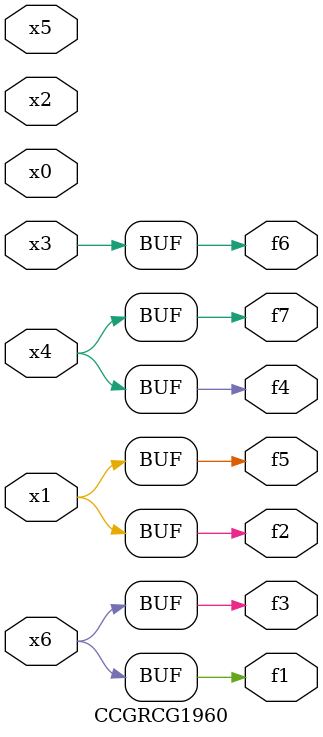
<source format=v>
module CCGRCG1960(
	input x0, x1, x2, x3, x4, x5, x6,
	output f1, f2, f3, f4, f5, f6, f7
);
	assign f1 = x6;
	assign f2 = x1;
	assign f3 = x6;
	assign f4 = x4;
	assign f5 = x1;
	assign f6 = x3;
	assign f7 = x4;
endmodule

</source>
